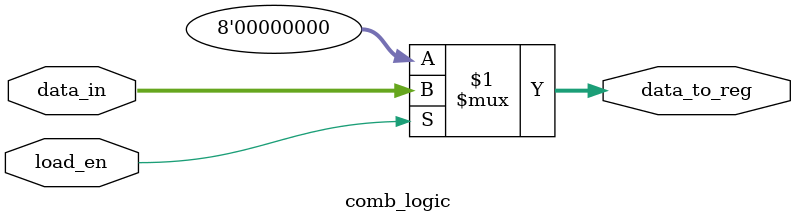
<source format=sv>
module sync_pos_edge_reg(
    input clk, rst_n,
    input [7:0] data_in,
    input load_en,
    output [7:0] data_out
);
    // 内部寄存器声明
    reg [7:0] data_reg;
    
    // 组合逻辑模块实例化
    comb_logic comb_inst(
        .data_in(data_in),
        .load_en(load_en),
        .data_to_reg(data_to_reg)
    );
    
    // 时序逻辑部分 - 寄存器更新
    always @(posedge clk or negedge rst_n) begin
        if (!rst_n)
            data_reg <= 8'b0;
        else
            data_reg <= data_to_reg;
    end
    
    // 组合逻辑部分 - 输出赋值
    assign data_out = data_reg;
    
    // 内部连线声明
    wire [7:0] data_to_reg;
    
endmodule

// 组合逻辑模块
module comb_logic(
    input [7:0] data_in,
    input load_en,
    output [7:0] data_to_reg
);
    // 组合逻辑实现
    assign data_to_reg = load_en ? data_in : 8'b0;
    
endmodule
</source>
